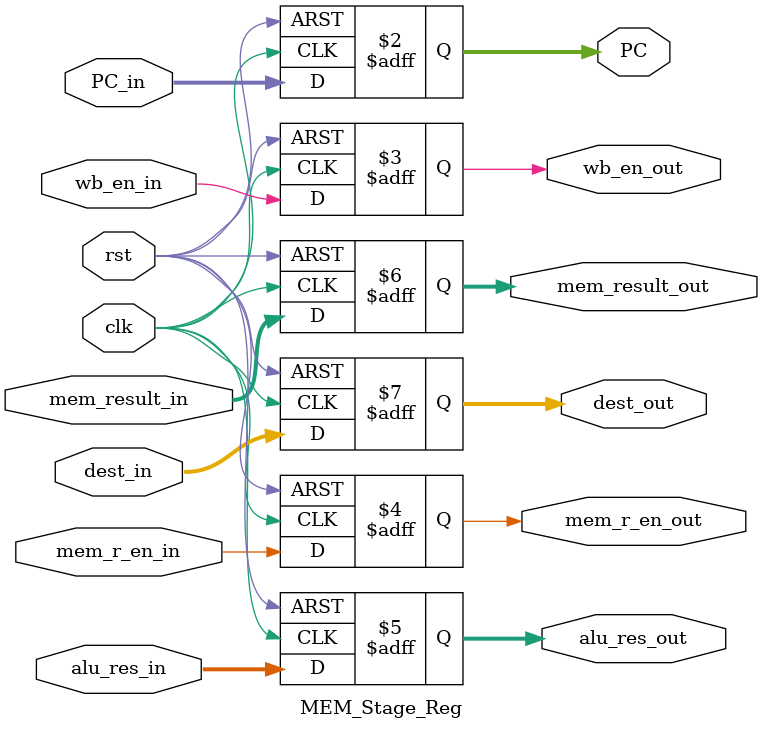
<source format=v>
module MEM_Stage_Reg(
	input clk, rst,
	input [31:0] PC_in,
	output reg [31:0] PC,
	
	input wire wb_en_in,
	input wire mem_r_en_in,
	input wire [31:0] alu_res_in,
	input wire [31:0] mem_result_in,
	input wire [3:0] dest_in,
	
	output reg wb_en_out,
	output reg mem_r_en_out,
	output reg [31:0] alu_res_out,
	output reg [31:0] mem_result_out,
	output reg [3:0] dest_out
);
	always @(posedge clk, posedge rst) begin
		if (rst) begin
			PC <= 32'd0;
			wb_en_out <= 1'b0;
			mem_r_en_out <= 1'b0;
			alu_res_out <= 32'b0;
			mem_result_out <= 32'b0;
			dest_out <= 4'b0;
		end else begin
			PC <= PC_in;
			wb_en_out <= wb_en_in;
			mem_r_en_out <= mem_r_en_in;
			alu_res_out <=  alu_res_in; 
			mem_result_out <=  mem_result_in; 
			dest_out <= dest_in;
		end
	end
endmodule
</source>
